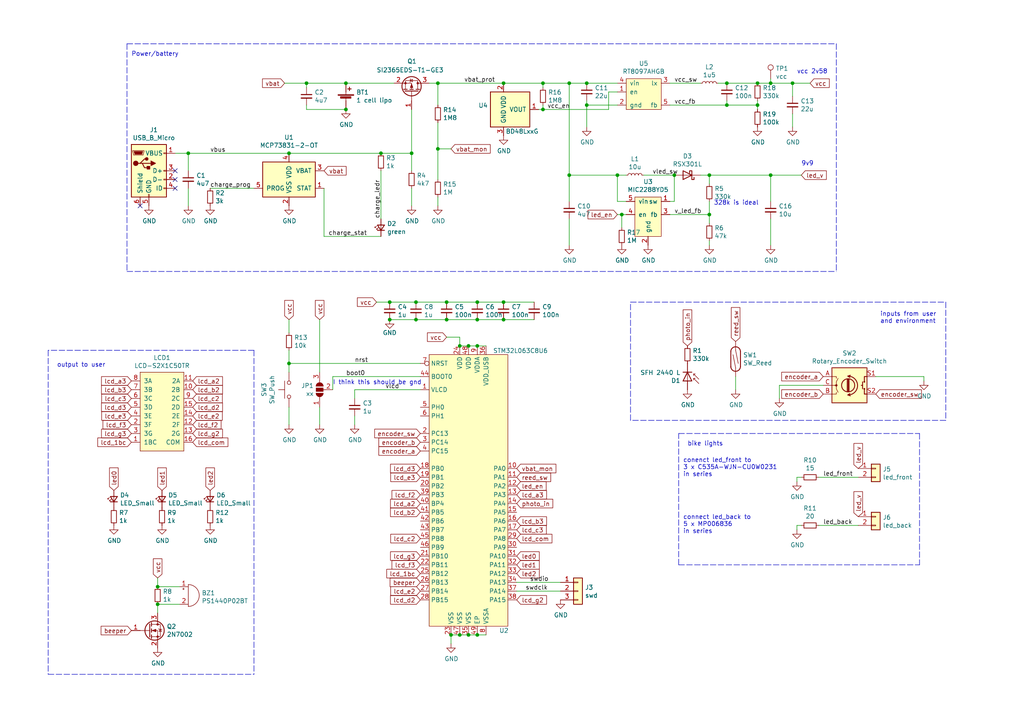
<source format=kicad_sch>
(kicad_sch (version 20211123) (generator eeschema)
  (paper "A4")
  (lib_symbols
    (symbol "Battery_Management:MCP73831-2-OT" (pin_names (offset 1.016))
      (property "Reference" "U" (at -7.62 6.35 0))
      (property "Value" "MCP73831-2-OT" (at 1.27 6.35 0))
      (symbol "MCP73831-2-OT_1_1"
        (pin output line (at 10.16 -2.54 180) (length 2.54) (name "STAT") (number "1"))
        (pin power_in line (at 0 -7.62 90) (length 2.54) (name "VSS") (number "2"))
        (pin power_out line (at 10.16 2.54 180) (length 2.54) (name "VBAT") (number "3"))
        (pin power_in line (at 0 7.62 270) (length 2.54) (name "VDD") (number "4"))
        (pin input line (at -10.16 -2.54 0) (length 2.54) (name "PROG") (number "5"))
      )
    )
    (symbol "Connector:TestPoint" (pin_numbers hide) (pin_names (offset 0.762) hide)
      (property "Reference" "TP" (at 0 6.858 0))
      (property "Value" "TestPoint" (at 0 5.08 0))
      (symbol "TestPoint_1_1"
        (pin passive line (at 0 0 90) (length 2.54) (name "1") (number "1"))
      )
    )
    (symbol "Connector_Generic:Conn_01x02" (pin_names (offset 1.016) hide)
      (property "Reference" "J" (at 0 2.54 0))
      (property "Value" "Conn_01x02" (at 0 -5.08 0))
      (symbol "Conn_01x02_1_1"
        (pin passive line (at -5.08 0 0) (length 3.81) (name "Pin_1") (number "1"))
        (pin passive line (at -5.08 -2.54 0) (length 3.81) (name "Pin_2") (number "2"))
      )
    )
    (symbol "Connector_Generic:Conn_01x03" (pin_names (offset 1.016) hide)
      (property "Reference" "J" (at 0 5.08 0))
      (property "Value" "Conn_01x03" (at 0 -5.08 0))
      (symbol "Conn_01x03_1_1"
        (pin passive line (at -5.08 2.54 0) (length 3.81) (name "Pin_1") (number "1"))
        (pin passive line (at -5.08 0 0) (length 3.81) (name "Pin_2") (number "2"))
        (pin passive line (at -5.08 -2.54 0) (length 3.81) (name "Pin_3") (number "3"))
      )
    )
    (symbol "Device:Battery_Cell" (pin_numbers hide) (pin_names (offset 0) hide)
      (property "Reference" "BT" (at 2.54 2.54 0))
      (property "Value" "Battery_Cell" (at 2.54 0 0))
      (symbol "Battery_Cell_1_1"
        (pin passive line (at 0 5.08 270) (length 2.54) (name "+") (number "1"))
        (pin passive line (at 0 -2.54 90) (length 2.54) (name "-") (number "2"))
      )
    )
    (symbol "Device:Buzzer" (pin_names (offset 0.0254) hide)
      (property "Reference" "BZ" (at 3.81 1.27 0))
      (property "Value" "Buzzer" (at 3.81 -1.27 0))
      (symbol "Buzzer_1_1"
        (pin passive line (at -2.54 2.54 0) (length 2.54) (name "-") (number "1"))
        (pin passive line (at -2.54 -2.54 0) (length 2.54) (name "+") (number "2"))
      )
    )
    (symbol "Device:C_Small" (pin_numbers hide) (pin_names (offset 0.254) hide)
      (property "Reference" "C" (at 0.254 1.778 0))
      (property "Value" "C_Small" (at 0.254 -2.032 0))
      (symbol "C_Small_1_1"
        (pin passive line (at 0 2.54 270) (length 2.032) (name "~") (number "1"))
        (pin passive line (at 0 -2.54 90) (length 2.032) (name "~") (number "2"))
      )
    )
    (symbol "Device:D_Photo" (pin_numbers hide) (pin_names hide)
      (property "Reference" "D" (at 0.508 1.778 0))
      (property "Value" "D_Photo" (at -1.016 -2.794 0))
      (symbol "D_Photo_1_1"
        (pin passive line (at -5.08 0 0) (length 2.54) (name "K") (number "1"))
        (pin passive line (at 2.54 0 180) (length 2.54) (name "A") (number "2"))
      )
    )
    (symbol "Device:D_Schottky" (pin_numbers hide) (pin_names (offset 1.016) hide)
      (property "Reference" "D" (at 0 2.54 0))
      (property "Value" "D_Schottky" (at 0 -2.54 0))
      (symbol "D_Schottky_1_1"
        (pin passive line (at -3.81 0 0) (length 2.54) (name "K") (number "1"))
        (pin passive line (at 3.81 0 180) (length 2.54) (name "A") (number "2"))
      )
    )
    (symbol "Device:LED_Small" (pin_numbers hide) (pin_names (offset 0.254) hide)
      (property "Reference" "D" (at -1.27 3.175 0))
      (property "Value" "LED_Small" (at -4.445 -2.54 0))
      (symbol "LED_Small_1_1"
        (pin passive line (at -2.54 0 0) (length 1.778) (name "K") (number "1"))
        (pin passive line (at 2.54 0 180) (length 1.778) (name "A") (number "2"))
      )
    )
    (symbol "Device:L_Small" (pin_numbers hide) (pin_names (offset 0.254) hide)
      (property "Reference" "L" (at 0.762 1.016 0))
      (property "Value" "L_Small" (at 0.762 -1.016 0))
      (symbol "L_Small_1_1"
        (pin passive line (at 0 2.54 270) (length 0.508) (name "~") (number "1"))
        (pin passive line (at 0 -2.54 90) (length 0.508) (name "~") (number "2"))
      )
    )
    (symbol "Device:Q_PMOS_GSD" (pin_names (offset 0) hide)
      (property "Reference" "Q" (at 5.08 1.27 0))
      (property "Value" "Q_PMOS_GSD" (at 5.08 -1.27 0))
      (symbol "Q_PMOS_GSD_1_1"
        (pin input line (at -5.08 0 0) (length 2.54) (name "G") (number "1"))
        (pin passive line (at 2.54 -5.08 90) (length 2.54) (name "S") (number "2"))
        (pin passive line (at 2.54 5.08 270) (length 2.54) (name "D") (number "3"))
      )
    )
    (symbol "Device:R_Small" (pin_numbers hide) (pin_names (offset 0.254) hide)
      (property "Reference" "R" (at 0.762 0.508 0))
      (property "Value" "R_Small" (at 0.762 -1.016 0))
      (symbol "R_Small_1_1"
        (pin passive line (at 0 2.54 270) (length 0.762) (name "~") (number "1"))
        (pin passive line (at 0 -2.54 90) (length 0.762) (name "~") (number "2"))
      )
    )
    (symbol "Device:Rotary_Encoder_Switch" (pin_names (offset 0.254) hide)
      (property "Reference" "SW" (at 0 6.604 0))
      (property "Value" "Device_Rotary_Encoder_Switch" (at 0 -6.604 0))
      (symbol "Rotary_Encoder_Switch_1_1"
        (pin passive line (at -7.62 2.54 0) (length 2.54) (name "A") (number "A"))
        (pin passive line (at -7.62 -2.54 0) (length 2.54) (name "B") (number "B"))
        (pin passive line (at -7.62 0 0) (length 2.54) (name "C") (number "C"))
        (pin passive line (at 7.62 2.54 180) (length 2.54) (name "S1") (number "S1"))
        (pin passive line (at 7.62 -2.54 180) (length 2.54) (name "S2") (number "S2"))
      )
    )
    (symbol "Jumper:SolderJumper_3_Open" (pin_names (offset 0) hide)
      (property "Reference" "JP" (at -2.54 -2.54 0))
      (property "Value" "SolderJumper_3_Open" (at 0 2.794 0))
      (symbol "SolderJumper_3_Open_1_1"
        (pin passive line (at -5.08 0 0) (length 2.54) (name "A") (number "1"))
        (pin input line (at 0 -3.81 90) (length 2.54) (name "C") (number "2"))
        (pin passive line (at 5.08 0 180) (length 2.54) (name "B") (number "3"))
      )
    )
    (symbol "Power_Management:BD48LxxG" (pin_names (offset 1.016))
      (property "Reference" "U" (at -3.81 6.35 0))
      (property "Value" "BD48LxxG" (at -5.08 0 90))
      (symbol "BD48LxxG_1_1"
        (pin output line (at 10.16 0 180) (length 2.54) (name "VOUT") (number "1"))
        (pin power_in line (at 0 7.62 270) (length 2.54) (name "VDD") (number "2"))
        (pin power_in line (at 0 -7.62 90) (length 2.54) (name "GND") (number "3"))
      )
    )
    (symbol "Switch:SW_Push" (pin_numbers hide) (pin_names (offset 1.016) hide)
      (property "Reference" "SW" (at 1.27 2.54 0))
      (property "Value" "SW_Push" (at 0 -1.524 0))
      (symbol "SW_Push_0_1"
        (pin passive line (at -5.08 0 0) (length 2.54) (name "1") (number "1"))
        (pin passive line (at 5.08 0 180) (length 2.54) (name "2") (number "2"))
      )
    )
    (symbol "Switch:SW_Reed" (pin_numbers hide) (pin_names (offset 0) hide)
      (property "Reference" "SW" (at 0 2.54 0))
      (property "Value" "SW_Reed" (at 0 -2.54 0))
      (symbol "SW_Reed_1_1"
        (pin passive line (at -5.08 0 0) (length 2.54) (name "1") (number "1"))
        (pin passive line (at 5.08 0 180) (length 2.54) (name "2") (number "2"))
      )
    )
    (symbol "Transistor_FET:2N7002" (pin_names hide)
      (property "Reference" "Q" (at 5.08 1.905 0))
      (property "Value" "2N7002" (at 5.08 0 0))
      (symbol "2N7002_1_1"
        (pin input line (at -5.08 0 0) (length 2.54) (name "G") (number "1"))
        (pin passive line (at 2.54 -5.08 90) (length 2.54) (name "S") (number "2"))
        (pin passive line (at 2.54 5.08 270) (length 2.54) (name "D") (number "3"))
      )
    )
    (symbol "good_things:RT8097AHGB" (pin_names (offset 1.016))
      (property "Reference" "U" (at 0 -6.35 0))
      (property "Value" "good_things_RT8097AHGB" (at 0 5.08 0))
      (symbol "RT8097AHGB_1_1"
        (pin input line (at -7.62 0 0) (length 2.54) (name "en") (number "1"))
        (pin power_in line (at -7.62 -3.81 0) (length 2.54) (name "gnd") (number "2"))
        (pin power_out line (at 7.62 2.54 180) (length 2.54) (name "lx") (number "3"))
        (pin power_in line (at -7.62 2.54 0) (length 2.54) (name "vin") (number "4"))
        (pin input line (at 7.62 -3.81 180) (length 2.54) (name "fb") (number "5"))
      )
    )
    (symbol "good_things:STM32L063C8U6"
      (property "Reference" "U" (at 10.16 -40.64 0))
      (property "Value" "STM32L063C8U6" (at -12.7 40.64 0))
      (symbol "STM32L063C8U6_1_1"
        (pin input line (at -13.97 29.21 0) (length 2.54) (name "VLCD") (number "1"))
        (pin input line (at 13.97 6.35 180) (length 2.54) (name "PA0") (number "10"))
        (pin input line (at 13.97 3.81 180) (length 2.54) (name "PA1") (number "11"))
        (pin input line (at 13.97 1.27 180) (length 2.54) (name "PA2") (number "12"))
        (pin input line (at 13.97 -1.27 180) (length 2.54) (name "PA3") (number "13"))
        (pin input line (at 13.97 -3.81 180) (length 2.54) (name "PA4") (number "14"))
        (pin input line (at 13.97 -6.35 180) (length 2.54) (name "PA5") (number "15"))
        (pin input line (at 13.97 -8.89 180) (length 2.54) (name "PA6") (number "16"))
        (pin input line (at 13.97 -11.43 180) (length 2.54) (name "PA7") (number "17"))
        (pin input line (at -13.97 6.35 0) (length 2.54) (name "PB0") (number "18"))
        (pin input line (at -13.97 3.81 0) (length 2.54) (name "PB1") (number "19"))
        (pin input line (at -13.97 16.51 0) (length 2.54) (name "PC13") (number "2"))
        (pin input line (at -13.97 1.27 0) (length 2.54) (name "PB2") (number "20"))
        (pin input line (at -13.97 -19.05 0) (length 2.54) (name "PB10") (number "21"))
        (pin input line (at -13.97 -21.59 0) (length 2.54) (name "PB11") (number "22"))
        (pin input line (at -5.08 -41.91 90) (length 2.54) (name "VSS") (number "23"))
        (pin input line (at -2.54 41.91 270) (length 2.54) (name "VDD") (number "24"))
        (pin input line (at -13.97 -24.13 0) (length 2.54) (name "PB12") (number "25"))
        (pin input line (at -13.97 -26.67 0) (length 2.54) (name "PB13") (number "26"))
        (pin input line (at -13.97 -29.21 0) (length 2.54) (name "PB14") (number "27"))
        (pin input line (at -13.97 -31.75 0) (length 2.54) (name "PB15") (number "28"))
        (pin input line (at 13.97 -13.97 180) (length 2.54) (name "PA8") (number "29"))
        (pin input line (at -13.97 13.97 0) (length 2.54) (name "PC14") (number "3"))
        (pin input line (at 13.97 -16.51 180) (length 2.54) (name "PA9") (number "30"))
        (pin input line (at 13.97 -19.05 180) (length 2.54) (name "PA10") (number "31"))
        (pin input line (at 13.97 -21.59 180) (length 2.54) (name "PA11") (number "32"))
        (pin input line (at 13.97 -24.13 180) (length 2.54) (name "PA12") (number "33"))
        (pin input line (at 13.97 -26.67 180) (length 2.54) (name "PA13") (number "34"))
        (pin input line (at 0 -41.91 90) (length 2.54) (name "VSS") (number "35"))
        (pin input line (at 5.08 41.91 270) (length 2.54) (name "VDD_USB") (number "36"))
        (pin input line (at 13.97 -29.21 180) (length 2.54) (name "PA14") (number "37"))
        (pin input line (at 13.97 -31.75 180) (length 2.54) (name "PA15") (number "38"))
        (pin input line (at -13.97 -1.27 0) (length 2.54) (name "PB3") (number "39"))
        (pin input line (at -13.97 11.43 0) (length 2.54) (name "PC15") (number "4"))
        (pin input line (at -13.97 -3.81 0) (length 2.54) (name "BP4") (number "40"))
        (pin input line (at -13.97 -6.35 0) (length 2.54) (name "PB5") (number "41"))
        (pin input line (at -13.97 -8.89 0) (length 2.54) (name "PB6") (number "42"))
        (pin input line (at -13.97 -11.43 0) (length 2.54) (name "PB7") (number "43"))
        (pin input line (at -13.97 33.02 0) (length 2.54) (name "BOOT0") (number "44"))
        (pin input line (at -13.97 -13.97 0) (length 2.54) (name "PB8") (number "45"))
        (pin input line (at -13.97 -16.51 0) (length 2.54) (name "PB9") (number "46"))
        (pin input line (at -2.54 -41.91 90) (length 2.54) (name "VSS") (number "47"))
        (pin input line (at 0 41.91 270) (length 2.54) (name "VDD") (number "48"))
        (pin input line (at 2.54 -41.91 90) (length 2.54) (name "EP") (number "49"))
        (pin input line (at -13.97 24.13 0) (length 2.54) (name "PH0") (number "5"))
        (pin input line (at -13.97 21.59 0) (length 2.54) (name "PH1") (number "6"))
        (pin input inverted (at -13.97 36.83 0) (length 2.54) (name "NRST") (number "7"))
        (pin input line (at 5.08 -41.91 90) (length 2.54) (name "VSSA") (number "8"))
        (pin input line (at 2.54 41.91 270) (length 2.54) (name "VDDA") (number "9"))
      )
    )
    (symbol "kicad-rescue:LCD-S2X1C50TR-good_things" (pin_names (offset 1.016))
      (property "Reference" "LCD" (at 0 -12.7 0))
      (property "Value" "LCD-S2X1C50TR-good_things" (at 0 12.7 0))
      (symbol "LCD-S2X1C50TR-good_things_1_1"
        (pin passive line (at -8.89 -8.89 0) (length 2.54) (name "1BC") (number "1"))
        (pin passive line (at 8.89 6.35 180) (length 2.54) (name "2B") (number "10"))
        (pin passive line (at 8.89 8.89 180) (length 2.54) (name "2A") (number "11"))
        (pin passive line (at 8.89 -3.81 180) (length 2.54) (name "2F") (number "12"))
        (pin passive line (at 8.89 -6.35 180) (length 2.54) (name "2G") (number "13"))
        (pin passive line (at 8.89 -1.27 180) (length 2.54) (name "2E") (number "14"))
        (pin passive line (at 8.89 1.27 180) (length 2.54) (name "2D") (number "15"))
        (pin passive line (at 8.89 -8.89 180) (length 2.54) (name "COM") (number "16"))
        (pin passive line (at -8.89 -3.81 0) (length 2.54) (name "3F") (number "2"))
        (pin passive line (at -8.89 -6.35 0) (length 2.54) (name "3G") (number "3"))
        (pin passive line (at -8.89 -1.27 0) (length 2.54) (name "3E") (number "4"))
        (pin passive line (at -8.89 1.27 0) (length 2.54) (name "3D") (number "5"))
        (pin passive line (at -8.89 3.81 0) (length 2.54) (name "3C") (number "6"))
        (pin passive line (at -8.89 6.35 0) (length 2.54) (name "3B") (number "7"))
        (pin passive line (at -8.89 8.89 0) (length 2.54) (name "3A") (number "8"))
        (pin passive line (at 8.89 3.81 180) (length 2.54) (name "2C") (number "9"))
      )
    )
    (symbol "kicad-rescue:MIC2288YD5-good_things" (pin_names (offset 1.016))
      (property "Reference" "U" (at 1.27 -7.62 0))
      (property "Value" "MIC2288YD5-good_things" (at 0 6.35 0))
      (symbol "MIC2288YD5-good_things_1_1"
        (pin power_out line (at 6.35 3.81 180) (length 2.54) (name "sw") (number "1"))
        (pin power_in line (at 0 -8.89 90) (length 2.54) (name "gnd") (number "2"))
        (pin input line (at 6.35 0 180) (length 2.54) (name "fb") (number "3"))
        (pin input line (at -6.35 0 0) (length 2.54) (name "en") (number "4"))
        (pin power_in line (at -6.35 3.81 0) (length 2.54) (name "vin") (number "5"))
      )
    )
    (symbol "kicad-rescue:USB_B_Micro-Connector" (pin_names (offset 1.016))
      (property "Reference" "J" (at -5.08 11.43 0))
      (property "Value" "USB_B_Micro-Connector" (at -5.08 8.89 0))
      (symbol "USB_B_Micro-Connector_1_1"
        (pin power_out line (at 7.62 5.08 180) (length 2.54) (name "VBUS") (number "1"))
        (pin bidirectional line (at 7.62 -2.54 180) (length 2.54) (name "D-") (number "2"))
        (pin bidirectional line (at 7.62 0 180) (length 2.54) (name "D+") (number "3"))
        (pin passive line (at 7.62 -5.08 180) (length 2.54) (name "ID") (number "4"))
        (pin power_out line (at 0 -10.16 90) (length 2.54) (name "GND") (number "5"))
        (pin passive line (at -2.54 -10.16 90) (length 2.54) (name "Shield") (number "6"))
      )
    )
    (symbol "power:GND" (power) (pin_names (offset 0))
      (property "Value" "GND" (at 0 -3.81 0))
      (symbol "GND_1_1"
        (pin power_in line (at 0 0 270) (length 0) hide (name "GND") (number "1"))
      )
    )
  )
  (junction (at 146.05 24.13))
  (junction (at 113.03 87.63))
  (junction (at 83.82 105.41))
  (junction (at 210.82 30.48))
  (junction (at 205.74 62.23))
  (junction (at 120.65 92.71))
  (junction (at 54.61 44.45))
  (junction (at 229.87 24.13))
  (junction (at 129.54 92.71))
  (junction (at 210.82 24.13))
  (junction (at 138.43 100.33))
  (junction (at 138.43 92.71))
  (junction (at 138.43 184.15))
  (junction (at 127 43.18))
  (junction (at 138.43 87.63))
  (junction (at 146.05 92.71))
  (junction (at 135.89 184.15))
  (junction (at 127 24.13))
  (junction (at 165.1 24.13))
  (junction (at 146.05 87.63))
  (junction (at 130.81 184.15))
  (junction (at 165.1 50.8))
  (junction (at 135.89 100.33))
  (junction (at 119.38 44.45))
  (junction (at 219.71 24.13))
  (junction (at 195.58 50.8))
  (junction (at 157.48 31.75))
  (junction (at 129.54 87.63))
  (junction (at 45.72 170.18))
  (junction (at 110.49 44.45))
  (junction (at 180.34 62.23))
  (junction (at 83.82 44.45))
  (junction (at 223.52 50.8))
  (junction (at 205.74 50.8))
  (junction (at 157.48 24.13))
  (junction (at 100.33 24.13))
  (junction (at 133.35 184.15))
  (junction (at 100.33 31.75))
  (junction (at 223.52 24.13))
  (junction (at 113.03 92.71))
  (junction (at 170.18 24.13))
  (junction (at 120.65 87.63))
  (junction (at 45.72 175.26))
  (junction (at 170.18 30.48))
  (junction (at 219.71 30.48))
  (junction (at 133.35 100.33))
  (junction (at 88.9 24.13))
  (junction (at 179.07 50.8))
  (no_connect (at 40.64 59.69))
  (no_connect (at 11.43 326.39))
  (no_connect (at 31.75 270.51))
  (no_connect (at 50.8 52.07))
  (no_connect (at 11.43 293.37))
  (no_connect (at 50.8 54.61))
  (no_connect (at 50.8 49.53))
  (wire (pts (xy 88.9 24.13) (xy 100.33 24.13)))
  (polyline (pts (xy 13.97 195.58) (xy 73.66 195.58)))
  (wire (pts (xy 226.06 115.57) (xy 226.06 111.76)))
  (wire (pts (xy 127 57.15) (xy 127 59.69)))
  (wire (pts (xy 194.31 24.13) (xy 203.2 24.13)))
  (wire (pts (xy 181.61 58.42) (xy 179.07 58.42)))
  (wire (pts (xy 50.8 44.45) (xy 54.61 44.45)))
  (wire (pts (xy 194.31 58.42) (xy 195.58 58.42)))
  (wire (pts (xy 210.82 24.13) (xy 219.71 24.13)))
  (wire (pts (xy 93.98 54.61) (xy 93.98 68.58)))
  (wire (pts (xy 213.36 113.03) (xy 213.36 109.22)))
  (wire (pts (xy 176.53 31.75) (xy 176.53 26.67)))
  (wire (pts (xy 186.69 50.8) (xy 195.58 50.8)))
  (wire (pts (xy 170.18 30.48) (xy 170.18 29.21)))
  (wire (pts (xy 223.52 50.8) (xy 232.41 50.8)))
  (wire (pts (xy 223.52 58.42) (xy 223.52 50.8)))
  (wire (pts (xy 170.18 24.13) (xy 165.1 24.13)))
  (wire (pts (xy 157.48 24.13) (xy 165.1 24.13)))
  (wire (pts (xy 179.07 58.42) (xy 179.07 50.8)))
  (wire (pts (xy 113.03 92.71) (xy 120.65 92.71)))
  (polyline (pts (xy 73.66 101.6) (xy 73.66 195.58)))
  (wire (pts (xy 83.82 118.11) (xy 83.82 123.19)))
  (wire (pts (xy 157.48 31.75) (xy 176.53 31.75)))
  (wire (pts (xy 127 35.56) (xy 127 43.18)))
  (wire (pts (xy 96.52 109.22) (xy 121.92 109.22)))
  (polyline (pts (xy 73.66 101.6) (xy 13.97 101.6)))
  (wire (pts (xy 165.1 63.5) (xy 165.1 71.12)))
  (wire (pts (xy 82.55 24.13) (xy 88.9 24.13)))
  (wire (pts (xy 138.43 92.71) (xy 129.54 92.71)))
  (wire (pts (xy 127 43.18) (xy 127 52.07)))
  (wire (pts (xy 135.89 100.33) (xy 133.35 100.33)))
  (wire (pts (xy 267.97 109.22) (xy 254 109.22)))
  (polyline (pts (xy 274.32 121.92) (xy 182.88 121.92)))
  (wire (pts (xy 60.96 54.61) (xy 73.66 54.61)))
  (wire (pts (xy 205.74 58.42) (xy 205.74 62.23)))
  (wire (pts (xy 229.87 24.13) (xy 229.87 27.94)))
  (wire (pts (xy 92.71 123.19) (xy 92.71 118.11)))
  (polyline (pts (xy 36.83 12.7) (xy 242.57 12.7)))
  (polyline (pts (xy 242.57 12.7) (xy 242.57 78.74)))
  (wire (pts (xy 219.71 31.75) (xy 219.71 30.48)))
  (wire (pts (xy 170.18 36.83) (xy 170.18 30.48)))
  (polyline (pts (xy 196.85 163.83) (xy 266.7 163.83)))
  (wire (pts (xy 127 30.48) (xy 127 24.13)))
  (wire (pts (xy 135.89 100.33) (xy 138.43 100.33)))
  (wire (pts (xy 83.82 101.6) (xy 83.82 105.41)))
  (wire (pts (xy 100.33 24.13) (xy 114.3 24.13)))
  (wire (pts (xy 162.56 171.45) (xy 149.86 171.45)))
  (wire (pts (xy 110.49 49.53) (xy 110.49 63.5)))
  (wire (pts (xy 219.71 24.13) (xy 223.52 24.13)))
  (wire (pts (xy 133.35 97.79) (xy 133.35 100.33)))
  (wire (pts (xy 54.61 44.45) (xy 83.82 44.45)))
  (wire (pts (xy 146.05 24.13) (xy 157.48 24.13)))
  (wire (pts (xy 219.71 29.21) (xy 219.71 30.48)))
  (wire (pts (xy 110.49 44.45) (xy 119.38 44.45)))
  (wire (pts (xy 88.9 30.48) (xy 88.9 31.75)))
  (wire (pts (xy 205.74 69.85) (xy 205.74 71.12)))
  (wire (pts (xy 129.54 97.79) (xy 133.35 97.79)))
  (wire (pts (xy 83.82 44.45) (xy 110.49 44.45)))
  (wire (pts (xy 157.48 30.48) (xy 157.48 31.75)))
  (wire (pts (xy 119.38 44.45) (xy 119.38 49.53)))
  (wire (pts (xy 194.31 30.48) (xy 210.82 30.48)))
  (wire (pts (xy 102.87 115.57) (xy 102.87 113.03)))
  (wire (pts (xy 130.81 184.15) (xy 133.35 184.15)))
  (wire (pts (xy 127 24.13) (xy 146.05 24.13)))
  (wire (pts (xy 96.52 113.03) (xy 96.52 109.22)))
  (wire (pts (xy 223.52 71.12) (xy 223.52 63.5)))
  (polyline (pts (xy 36.83 78.74) (xy 242.57 78.74)))
  (wire (pts (xy 210.82 29.21) (xy 210.82 30.48)))
  (wire (pts (xy 113.03 87.63) (xy 120.65 87.63)))
  (wire (pts (xy 205.74 50.8) (xy 203.2 50.8)))
  (wire (pts (xy 229.87 33.02) (xy 229.87 36.83)))
  (wire (pts (xy 88.9 31.75) (xy 100.33 31.75)))
  (wire (pts (xy 231.14 139.7) (xy 231.14 138.43)))
  (wire (pts (xy 219.71 30.48) (xy 210.82 30.48)))
  (wire (pts (xy 138.43 100.33) (xy 140.97 100.33)))
  (wire (pts (xy 109.22 87.63) (xy 113.03 87.63)))
  (wire (pts (xy 138.43 184.15) (xy 140.97 184.15)))
  (wire (pts (xy 205.74 64.77) (xy 205.74 62.23)))
  (wire (pts (xy 138.43 87.63) (xy 146.05 87.63)))
  (wire (pts (xy 88.9 25.4) (xy 88.9 24.13)))
  (wire (pts (xy 180.34 66.04) (xy 180.34 62.23)))
  (wire (pts (xy 93.98 68.58) (xy 110.49 68.58)))
  (wire (pts (xy 146.05 92.71) (xy 154.94 92.71)))
  (wire (pts (xy 92.71 92.71) (xy 92.71 107.95)))
  (wire (pts (xy 119.38 31.75) (xy 119.38 44.45)))
  (wire (pts (xy 237.49 152.4) (xy 248.92 152.4)))
  (polyline (pts (xy 196.85 125.73) (xy 266.7 125.73)))
  (wire (pts (xy 138.43 92.71) (xy 146.05 92.71)))
  (wire (pts (xy 149.86 168.91) (xy 162.56 168.91)))
  (polyline (pts (xy 182.88 121.92) (xy 182.88 87.63)))
  (wire (pts (xy 181.61 50.8) (xy 179.07 50.8)))
  (wire (pts (xy 130.81 184.15) (xy 130.81 186.69)))
  (wire (pts (xy 119.38 54.61) (xy 119.38 59.69)))
  (wire (pts (xy 133.35 184.15) (xy 135.89 184.15)))
  (wire (pts (xy 170.18 24.13) (xy 179.07 24.13)))
  (wire (pts (xy 226.06 111.76) (xy 238.76 111.76)))
  (wire (pts (xy 180.34 62.23) (xy 181.61 62.23)))
  (wire (pts (xy 45.72 175.26) (xy 52.07 175.26)))
  (wire (pts (xy 231.14 153.67) (xy 231.14 152.4)))
  (wire (pts (xy 234.95 24.13) (xy 229.87 24.13)))
  (wire (pts (xy 179.07 50.8) (xy 165.1 50.8)))
  (wire (pts (xy 205.74 50.8) (xy 223.52 50.8)))
  (wire (pts (xy 120.65 87.63) (xy 129.54 87.63)))
  (wire (pts (xy 102.87 123.19) (xy 102.87 120.65)))
  (wire (pts (xy 135.89 184.15) (xy 138.43 184.15)))
  (wire (pts (xy 45.72 177.8) (xy 45.72 175.26)))
  (wire (pts (xy 157.48 25.4) (xy 157.48 24.13)))
  (wire (pts (xy 205.74 53.34) (xy 205.74 50.8)))
  (polyline (pts (xy 182.88 87.63) (xy 274.32 87.63)))
  (wire (pts (xy 170.18 30.48) (xy 179.07 30.48)))
  (wire (pts (xy 83.82 105.41) (xy 121.92 105.41)))
  (wire (pts (xy 54.61 54.61) (xy 54.61 59.69)))
  (wire (pts (xy 165.1 24.13) (xy 165.1 50.8)))
  (wire (pts (xy 195.58 58.42) (xy 195.58 50.8)))
  (wire (pts (xy 83.82 105.41) (xy 83.82 107.95)))
  (polyline (pts (xy 36.83 12.7) (xy 36.83 78.74)))
  (wire (pts (xy 194.31 62.23) (xy 205.74 62.23)))
  (wire (pts (xy 130.81 43.18) (xy 127 43.18)))
  (wire (pts (xy 223.52 24.13) (xy 229.87 24.13)))
  (wire (pts (xy 267.97 110.49) (xy 267.97 109.22)))
  (wire (pts (xy 120.65 92.71) (xy 129.54 92.71)))
  (wire (pts (xy 102.87 113.03) (xy 121.92 113.03)))
  (wire (pts (xy 165.1 50.8) (xy 165.1 58.42)))
  (wire (pts (xy 231.14 138.43) (xy 232.41 138.43)))
  (wire (pts (xy 52.07 170.18) (xy 45.72 170.18)))
  (wire (pts (xy 129.54 87.63) (xy 138.43 87.63)))
  (polyline (pts (xy 266.7 125.73) (xy 266.7 163.83)))
  (polyline (pts (xy 274.32 87.63) (xy 274.32 121.92)))
  (polyline (pts (xy 13.97 101.6) (xy 13.97 195.58)))
  (wire (pts (xy 83.82 92.71) (xy 83.82 96.52)))
  (wire (pts (xy 45.72 167.64) (xy 45.72 170.18)))
  (wire (pts (xy 237.49 138.43) (xy 248.92 138.43)))
  (wire (pts (xy 156.21 31.75) (xy 157.48 31.75)))
  (wire (pts (xy 223.52 22.86) (xy 223.52 24.13)))
  (wire (pts (xy 146.05 87.63) (xy 154.94 87.63)))
  (wire (pts (xy 231.14 152.4) (xy 232.41 152.4)))
  (wire (pts (xy 208.28 24.13) (xy 210.82 24.13)))
  (wire (pts (xy 176.53 26.67) (xy 179.07 26.67)))
  (wire (pts (xy 124.46 24.13) (xy 127 24.13)))
  (polyline (pts (xy 196.85 163.83) (xy 196.85 125.73)))
  (wire (pts (xy 179.07 62.23) (xy 180.34 62.23)))
  (wire (pts (xy 54.61 49.53) (xy 54.61 44.45)))
  (text "328k is ideal" (at 207.01 59.69 0) (effects (font (size 1.27 1.27)) (justify left bottom)))
  (text "I think this should be gnd" (at 96.52 111.76 0) (effects (font (size 1.27 1.27)) (justify left bottom)))
  (text "connect led_back to\n5 x MP006836 \nin series" (at 198.12 154.94 0) (effects (font (size 1.27 1.27)) (justify left bottom)))
  (text "bike lights" (at 199.39 129.54 0) (effects (font (size 1.27 1.27)) (justify left bottom)))
  (text "9v9" (at 232.41 48.26 0) (effects (font (size 1.27 1.27)) (justify left bottom)))
  (text "vcc 2v58" (at 231.14 21.59 0) (effects (font (size 1.27 1.27)) (justify left bottom)))
  (text "Power/battery" (at 38.1 16.51 0) (effects (font (size 1.27 1.27)) (justify left bottom)))
  (text "output to user" (at 16.51 106.68 0) (effects (font (size 1.27 1.27)) (justify left bottom)))
  (text "inputs from user \nand environment" (at 255.27 93.98 0) (effects (font (size 1.27 1.27)) (justify left bottom)))
  (text "conenct led_front to \n3 x C535A-WJN-CU0W0231 \nin series" (at 198.12 138.43 0) (effects (font (size 1.27 1.27)) (justify left bottom)))
  (label "charge_prog" (at 60.96 54.61 0))
  (label "charge_ledr" (at 110.49 52.07 270))
  (label "nrst" (at 102.87 105.41 0))
  (label "swdio" (at 153.67 168.91 0))
  (label "swdclk" (at 152.4 171.45 0))
  (label "led_back" (at 238.76 152.4 0))
  (label "vled_sw" (at 189.23 50.8 0))
  (label "led_front" (at 238.76 138.43 0))
  (label "vlcd" (at 111.76 113.03 0))
  (label "vbus" (at 60.96 44.45 0))
  (label "charge_stat" (at 95.25 68.58 0))
  (label "v_led_fb" (at 195.58 62.23 0))
  (label "vcc_sw" (at 195.58 24.13 0))
  (label "vbat_prot" (at 134.62 24.13 0))
  (label "vcc_en" (at 158.75 31.75 0))
  (label "vcc_fb" (at 195.58 30.48 0))
  (label "boot0" (at 100.33 109.22 0))
  (global_label "photo_in" (shape input) (at 199.39 100.33 90) (property "Intersheet References" "${INTERSHEET_REFS}" (effects hide)))
  (global_label "vbat_mon" (shape input) (at 130.81 43.18 0) (property "Intersheet References" "${INTERSHEET_REFS}" (effects hide)))
  (global_label "vcc" (shape input) (at 234.95 24.13 0) (property "Intersheet References" "${INTERSHEET_REFS}" (effects hide)))
  (global_label "vcc" (shape input) (at 45.72 167.64 90) (property "Intersheet References" "${INTERSHEET_REFS}" (effects hide)))
  (global_label "lcd_g2" (shape input) (at 149.86 173.99 0) (property "Intersheet References" "${INTERSHEET_REFS}" (effects hide)))
  (global_label "vbat" (shape input) (at 82.55 24.13 180) (property "Intersheet References" "${INTERSHEET_REFS}" (effects hide)))
  (global_label "lcd_d2" (shape input) (at 121.92 173.99 180) (property "Intersheet References" "${INTERSHEET_REFS}" (effects hide)))
  (global_label "lcd_g2" (shape input) (at 55.88 125.73 0) (property "Intersheet References" "${INTERSHEET_REFS}" (effects hide)))
  (global_label "lcd_1bc" (shape input) (at 121.92 166.37 180) (property "Intersheet References" "${INTERSHEET_REFS}" (effects hide)))
  (global_label "led2" (shape input) (at 60.96 142.24 90) (property "Intersheet References" "${INTERSHEET_REFS}" (effects hide)))
  (global_label "lcd_c2" (shape input) (at 55.88 115.57 0) (property "Intersheet References" "${INTERSHEET_REFS}" (effects hide)))
  (global_label "vcc" (shape input) (at 92.71 92.71 90) (property "Intersheet References" "${INTERSHEET_REFS}" (effects hide)))
  (global_label "led_v" (shape input) (at 248.92 135.89 90) (property "Intersheet References" "${INTERSHEET_REFS}" (effects hide)))
  (global_label "led1" (shape input) (at 46.99 142.24 90) (property "Intersheet References" "${INTERSHEET_REFS}" (effects hide)))
  (global_label "lcd_a3" (shape input) (at 38.1 110.49 180) (property "Intersheet References" "${INTERSHEET_REFS}" (effects hide)))
  (global_label "vcc" (shape input) (at 129.54 97.79 180) (property "Intersheet References" "${INTERSHEET_REFS}" (effects hide)))
  (global_label "encoder_sw" (shape input) (at 121.92 125.73 180) (property "Intersheet References" "${INTERSHEET_REFS}" (effects hide)))
  (global_label "led_v" (shape input) (at 232.41 50.8 0) (property "Intersheet References" "${INTERSHEET_REFS}" (effects hide)))
  (global_label "lcd_1bc" (shape input) (at 38.1 128.27 180) (property "Intersheet References" "${INTERSHEET_REFS}" (effects hide)))
  (global_label "lcd_f2" (shape input) (at 55.88 123.19 0) (property "Intersheet References" "${INTERSHEET_REFS}" (effects hide)))
  (global_label "lcd_com" (shape input) (at 55.88 128.27 0) (property "Intersheet References" "${INTERSHEET_REFS}" (effects hide)))
  (global_label "led_en" (shape input) (at 149.86 140.97 0) (property "Intersheet References" "${INTERSHEET_REFS}" (effects hide)))
  (global_label "lcd_a3" (shape input) (at 149.86 143.51 0) (property "Intersheet References" "${INTERSHEET_REFS}" (effects hide)))
  (global_label "vbat" (shape input) (at 93.98 49.53 0) (property "Intersheet References" "${INTERSHEET_REFS}" (effects hide)))
  (global_label "encoder_b" (shape input) (at 121.92 128.27 180) (property "Intersheet References" "${INTERSHEET_REFS}" (effects hide)))
  (global_label "vcc" (shape input) (at 109.22 87.63 180) (property "Intersheet References" "${INTERSHEET_REFS}" (effects hide)))
  (global_label "lcd_c3" (shape input) (at 38.1 115.57 180) (property "Intersheet References" "${INTERSHEET_REFS}" (effects hide)))
  (global_label "lcd_f3" (shape input) (at 38.1 123.19 180) (property "Intersheet References" "${INTERSHEET_REFS}" (effects hide)))
  (global_label "encoder_a" (shape input) (at 121.92 130.81 180) (property "Intersheet References" "${INTERSHEET_REFS}" (effects hide)))
  (global_label "lcd_com" (shape input) (at 149.86 156.21 0) (property "Intersheet References" "${INTERSHEET_REFS}" (effects hide)))
  (global_label "photo_in" (shape input) (at 149.86 146.05 0) (property "Intersheet References" "${INTERSHEET_REFS}" (effects hide)))
  (global_label "lcd_e3" (shape input) (at 38.1 120.65 180) (property "Intersheet References" "${INTERSHEET_REFS}" (effects hide)))
  (global_label "beeper" (shape input) (at 121.92 168.91 180) (property "Intersheet References" "${INTERSHEET_REFS}" (effects hide)))
  (global_label "lcd_e2" (shape input) (at 55.88 120.65 0) (property "Intersheet References" "${INTERSHEET_REFS}" (effects hide)))
  (global_label "lcd_g3" (shape input) (at 121.92 161.29 180) (property "Intersheet References" "${INTERSHEET_REFS}" (effects hide)))
  (global_label "encoder_b" (shape input) (at 238.76 114.3 180) (property "Intersheet References" "${INTERSHEET_REFS}" (effects hide)))
  (global_label "vcc" (shape input) (at 83.82 92.71 90) (property "Intersheet References" "${INTERSHEET_REFS}" (effects hide)))
  (global_label "led_v" (shape input) (at 248.92 149.86 90) (property "Intersheet References" "${INTERSHEET_REFS}" (effects hide)))
  (global_label "led2" (shape input) (at 149.86 166.37 0) (property "Intersheet References" "${INTERSHEET_REFS}" (effects hide)))
  (global_label "lcd_f2" (shape input) (at 121.92 143.51 180) (property "Intersheet References" "${INTERSHEET_REFS}" (effects hide)))
  (global_label "lcd_d3" (shape input) (at 38.1 118.11 180) (property "Intersheet References" "${INTERSHEET_REFS}" (effects hide)))
  (global_label "led1" (shape input) (at 149.86 163.83 0) (property "Intersheet References" "${INTERSHEET_REFS}" (effects hide)))
  (global_label "beeper" (shape input) (at 38.1 182.88 180) (property "Intersheet References" "${INTERSHEET_REFS}" (effects hide)))
  (global_label "lcd_c3" (shape input) (at 149.86 153.67 0) (property "Intersheet References" "${INTERSHEET_REFS}" (effects hide)))
  (global_label "vbat_mon" (shape input) (at 149.86 135.89 0) (property "Intersheet References" "${INTERSHEET_REFS}" (effects hide)))
  (global_label "lcd_b3" (shape input) (at 149.86 151.13 0) (property "Intersheet References" "${INTERSHEET_REFS}" (effects hide)))
  (global_label "lcd_a2" (shape input) (at 121.92 146.05 180) (property "Intersheet References" "${INTERSHEET_REFS}" (effects hide)))
  (global_label "lcd_b2" (shape input) (at 121.92 148.59 180) (property "Intersheet References" "${INTERSHEET_REFS}" (effects hide)))
  (global_label "lcd_d2" (shape input) (at 55.88 118.11 0) (property "Intersheet References" "${INTERSHEET_REFS}" (effects hide)))
  (global_label "lcd_g3" (shape input) (at 38.1 125.73 180) (property "Intersheet References" "${INTERSHEET_REFS}" (effects hide)))
  (global_label "lcd_d3" (shape input) (at 121.92 135.89 180) (property "Intersheet References" "${INTERSHEET_REFS}" (effects hide)))
  (global_label "led0" (shape input) (at 33.02 142.24 90) (property "Intersheet References" "${INTERSHEET_REFS}" (effects hide)))
  (global_label "lcd_e3" (shape input) (at 121.92 138.43 180) (property "Intersheet References" "${INTERSHEET_REFS}" (effects hide)))
  (global_label "led_en" (shape input) (at 179.07 62.23 180) (property "Intersheet References" "${INTERSHEET_REFS}" (effects hide)))
  (global_label "encoder_sw" (shape input) (at 254 114.3 0) (property "Intersheet References" "${INTERSHEET_REFS}" (effects hide)))
  (global_label "encoder_a" (shape input) (at 238.76 109.22 180) (property "Intersheet References" "${INTERSHEET_REFS}" (effects hide)))
  (global_label "lcd_a2" (shape input) (at 55.88 110.49 0) (property "Intersheet References" "${INTERSHEET_REFS}" (effects hide)))
  (global_label "lcd_b3" (shape input) (at 38.1 113.03 180) (property "Intersheet References" "${INTERSHEET_REFS}" (effects hide)))
  (global_label "led0" (shape input) (at 149.86 161.29 0) (property "Intersheet References" "${INTERSHEET_REFS}" (effects hide)))
  (global_label "lcd_f3" (shape input) (at 121.92 163.83 180) (property "Intersheet References" "${INTERSHEET_REFS}" (effects hide)))
  (global_label "lcd_e2" (shape input) (at 121.92 171.45 180) (property "Intersheet References" "${INTERSHEET_REFS}" (effects hide)))
  (global_label "reed_sw" (shape input) (at 149.86 138.43 0) (property "Intersheet References" "${INTERSHEET_REFS}" (effects hide)))
  (global_label "reed_sw" (shape input) (at 213.36 99.06 90) (property "Intersheet References" "${INTERSHEET_REFS}" (effects hide)))
  (global_label "lcd_b2" (shape input) (at 55.88 113.03 0) (property "Intersheet References" "${INTERSHEET_REFS}" (effects hide)))
  (global_label "lcd_c2" (shape input) (at 121.92 156.21 180) (property "Intersheet References" "${INTERSHEET_REFS}" (effects hide)))
  (symbol (lib_id "Device:Q_PMOS_GSD") (at 119.38 26.67 270) (mirror x) (unit 1)
    (property "Reference" "Q1" (at 118.11 17.78 90) (effects (justify left)))
    (property "Value" "SI2365EDS-T1-GE3" (at 109.22 20.32 90) (effects (justify left)))
    (property "Footprint" "Package_TO_SOT_SMD:SOT-23_Handsoldering" (effects hide))
  )
  (symbol (lib_id "Device:Battery_Cell") (at 100.33 29.21 0) (unit 1)
    (property "Reference" "BT1" (at 103.3272 26.7716 0) (effects (justify left)))
    (property "Value" "1 cell lipo" (at 103.3272 29.083 0) (effects (justify left)))
    (property "Footprint" "Connector_PinHeader_2.54mm:PinHeader_1x02_P2.54mm_Vertical" (effects hide))
  )
  (symbol (lib_id "Battery_Management:MCP73831-2-OT") (at 83.82 52.07 0) (unit 1)
    (property "Reference" "U1" (at 83.82 39.8526 0))
    (property "Value" "MCP73831-2-OT" (at 83.82 42.164 0))
    (property "Footprint" "Package_TO_SOT_SMD:SOT-23-5" (effects hide))
    (property "Datasheet" "http://ww1.microchip.com/downloads/en/DeviceDoc/20001984g.pdf" (effects hide))
  )
  (symbol (lib_id "power:GND") (at 83.82 59.69 0) (unit 1)
    (property "Reference" "#PWR0101" (effects hide))
    (property "Value" "GND" (at 83.947 64.0842 0))
  )
  (symbol (lib_id "Device:LED_Small") (at 110.49 66.04 90) (unit 1)
    (property "Reference" "D2" (at 112.268 64.8716 90) (effects (justify right)))
    (property "Value" "green" (at 112.268 67.183 90) (effects (justify right)))
    (property "Footprint" "LED_SMD:LED_0603_1608Metric_Pad1.05x0.95mm_HandSolder" (effects hide))
  )
  (symbol (lib_id "Device:R_Small") (at 110.49 46.99 0) (unit 1)
    (property "Reference" "R3" (at 111.9886 45.8216 0) (effects (justify left)))
    (property "Value" "1k" (at 111.9886 48.133 0) (effects (justify left)))
    (property "Footprint" "Resistor_SMD:R_0603_1608Metric_Pad1.05x0.95mm_HandSolder" (effects hide))
  )
  (symbol (lib_id "kicad-rescue:USB_B_Micro-Connector") (at 43.18 49.53 0) (unit 1)
    (property "Reference" "J1" (at 44.6278 37.6682 0))
    (property "Value" "USB_B_Micro" (at 44.6278 39.9796 0))
    (property "Footprint" "good_things:USB_MICRO_10118193-0001LF" (effects hide))
  )
  (symbol (lib_id "power:GND") (at 43.18 59.69 0) (unit 1)
    (property "Reference" "#PWR0105" (effects hide))
    (property "Value" "GND" (at 43.307 64.0842 0))
  )
  (symbol (lib_id "Device:R_Small") (at 119.38 52.07 0) (unit 1)
    (property "Reference" "R4" (at 120.8786 50.9016 0) (effects (justify left)))
    (property "Value" "4k7" (at 120.8786 53.213 0) (effects (justify left)))
    (property "Footprint" "Resistor_SMD:R_0603_1608Metric_Pad1.05x0.95mm_HandSolder" (effects hide))
  )
  (symbol (lib_id "power:GND") (at 119.38 59.69 0) (unit 1)
    (property "Reference" "#PWR0102" (effects hide))
    (property "Value" "GND" (at 119.507 64.0842 0))
  )
  (symbol (lib_id "Switch:SW_Push") (at 83.82 113.03 90) (unit 1)
    (property "Reference" "SW3" (at 76.581 113.03 0))
    (property "Value" "SW_Push" (at 78.8924 113.03 0))
    (property "Footprint" "good_things:push_sw_purple" (effects hide))
  )
  (symbol (lib_id "power:GND") (at 83.82 123.19 0) (unit 1)
    (property "Reference" "#PWR0126" (effects hide))
    (property "Value" "GND" (at 83.947 127.5842 0))
  )
  (symbol (lib_id "Switch:SW_Reed") (at 213.36 104.14 270) (unit 1)
    (property "Reference" "SW1" (at 215.519 102.9716 90) (effects (justify left)))
    (property "Value" "SW_Reed" (at 215.519 105.283 90) (effects (justify left)))
    (property "Footprint" "Connector_Phoenix_MSTB:PhoenixContact_MSTBVA_2,5_2-G_1x02_P5.00mm_Vertical" (effects hide))
  )
  (symbol (lib_id "kicad-rescue:LCD-S2X1C50TR-good_things") (at 46.99 119.38 0) (unit 1)
    (property "Reference" "LCD1" (at 46.99 103.759 0))
    (property "Value" "LCD-S2X1C50TR" (at 46.99 106.0704 0))
    (property "Footprint" "good_things:LCD-S2X1C50TR" (effects hide))
  )
  (symbol (lib_id "Device:C_Small") (at 88.9 27.94 0) (unit 1)
    (property "Reference" "C2" (at 91.2368 26.7716 0) (effects (justify left)))
    (property "Value" "4u7" (at 91.2368 29.083 0) (effects (justify left)))
    (property "Footprint" "Capacitor_SMD:C_0603_1608Metric_Pad1.05x0.95mm_HandSolder" (effects hide))
  )
  (symbol (lib_id "Device:LED_Small") (at 33.02 144.78 90) (unit 1)
    (property "Reference" "D4" (at 34.798 143.6116 90) (effects (justify right)))
    (property "Value" "LED_Small" (at 34.798 145.923 90) (effects (justify right)))
    (property "Footprint" "LED_SMD:LED_0603_1608Metric_Pad1.05x0.95mm_HandSolder" (effects hide))
  )
  (symbol (lib_id "Device:R_Small") (at 33.02 149.86 0) (unit 1)
    (property "Reference" "R7" (at 34.5186 148.6916 0) (effects (justify left)))
    (property "Value" "1k" (at 34.5186 151.003 0) (effects (justify left)))
    (property "Footprint" "Resistor_SMD:R_0603_1608Metric_Pad1.05x0.95mm_HandSolder" (effects hide))
  )
  (symbol (lib_id "power:GND") (at 33.02 152.4 0) (unit 1)
    (property "Reference" "#PWR0111" (effects hide))
    (property "Value" "GND" (at 33.147 156.7942 0))
  )
  (symbol (lib_id "Device:LED_Small") (at 46.99 144.78 90) (unit 1)
    (property "Reference" "D5" (at 48.768 143.6116 90) (effects (justify right)))
    (property "Value" "LED_Small" (at 48.768 145.923 90) (effects (justify right)))
    (property "Footprint" "LED_SMD:LED_0603_1608Metric_Pad1.05x0.95mm_HandSolder" (effects hide))
  )
  (symbol (lib_id "Device:R_Small") (at 46.99 149.86 0) (unit 1)
    (property "Reference" "R9" (at 48.4886 148.6916 0) (effects (justify left)))
    (property "Value" "1k" (at 48.4886 151.003 0) (effects (justify left)))
    (property "Footprint" "Resistor_SMD:R_0603_1608Metric_Pad1.05x0.95mm_HandSolder" (effects hide))
  )
  (symbol (lib_id "power:GND") (at 46.99 152.4 0) (unit 1)
    (property "Reference" "#PWR0112" (effects hide))
    (property "Value" "GND" (at 47.117 156.7942 0))
  )
  (symbol (lib_id "Device:LED_Small") (at 60.96 144.78 90) (unit 1)
    (property "Reference" "D6" (at 62.738 143.6116 90) (effects (justify right)))
    (property "Value" "LED_Small" (at 62.738 145.923 90) (effects (justify right)))
    (property "Footprint" "LED_SMD:LED_0603_1608Metric_Pad1.05x0.95mm_HandSolder" (effects hide))
  )
  (symbol (lib_id "Device:R_Small") (at 60.96 149.86 0) (unit 1)
    (property "Reference" "R12" (at 62.4586 148.6916 0) (effects (justify left)))
    (property "Value" "1k" (at 62.4586 151.003 0) (effects (justify left)))
    (property "Footprint" "Resistor_SMD:R_0603_1608Metric_Pad1.05x0.95mm_HandSolder" (effects hide))
  )
  (symbol (lib_id "power:GND") (at 60.96 152.4 0) (unit 1)
    (property "Reference" "#PWR0113" (effects hide))
    (property "Value" "GND" (at 61.087 156.7942 0))
  )
  (symbol (lib_id "Device:R_Small") (at 60.96 57.15 0) (unit 1)
    (property "Reference" "R2" (at 62.4586 55.9816 0) (effects (justify left)))
    (property "Value" "3k" (at 62.4586 58.293 0) (effects (justify left)))
    (property "Footprint" "Resistor_SMD:R_0603_1608Metric_Pad1.05x0.95mm_HandSolder" (effects hide))
  )
  (symbol (lib_id "power:GND") (at 60.96 59.69 0) (unit 1)
    (property "Reference" "#PWR0103" (effects hide))
    (property "Value" "GND" (at 61.087 64.0842 0))
  )
  (symbol (lib_id "power:GND") (at 100.33 31.75 0) (unit 1)
    (property "Reference" "#PWR0104" (effects hide))
    (property "Value" "GND" (at 100.457 36.1442 0))
  )
  (symbol (lib_id "power:GND") (at 54.61 59.69 0) (unit 1)
    (property "Reference" "#PWR0106" (effects hide))
    (property "Value" "GND" (at 54.737 64.0842 0))
  )
  (symbol (lib_id "Device:C_Small") (at 54.61 52.07 0) (unit 1)
    (property "Reference" "C1" (at 56.9468 50.9016 0) (effects (justify left)))
    (property "Value" "4u7" (at 56.9468 53.213 0) (effects (justify left)))
    (property "Footprint" "Capacitor_SMD:C_0603_1608Metric_Pad1.05x0.95mm_HandSolder" (effects hide))
  )
  (symbol (lib_id "Device:Rotary_Encoder_Switch") (at 246.38 111.76 0) (unit 1)
    (property "Reference" "SW2" (at 246.38 102.4382 0))
    (property "Value" "Rotary_Encoder_Switch" (at 246.38 104.7496 0))
    (property "Footprint" "Rotary_Encoder:RotaryEncoder_Alps_EC11E_Vertical_H20mm" (effects hide))
  )
  (symbol (lib_id "kicad-rescue:MIC2288YD5-good_things") (at 187.96 62.23 0) (unit 1)
    (property "Reference" "U3" (at 187.96 52.705 0))
    (property "Value" "MIC2288YD5" (at 187.96 55.0164 0))
    (property "Footprint" "Package_TO_SOT_SMD:SOT-23-5_HandSoldering" (effects hide))
  )
  (symbol (lib_id "power:GND") (at 187.96 71.12 0) (unit 1)
    (property "Reference" "#PWR0115" (effects hide))
    (property "Value" "GND" (at 188.087 75.5142 0))
  )
  (symbol (lib_id "Device:L_Small") (at 184.15 50.8 90) (unit 1)
    (property "Reference" "L1" (at 184.15 46.101 90))
    (property "Value" "10u" (at 184.15 48.4124 90))
    (property "Footprint" "Inductor_SMD:L_Wuerth_WE-PD-Typ-LS" (effects hide))
  )
  (symbol (lib_id "Device:C_Small") (at 223.52 60.96 0) (unit 1)
    (property "Reference" "C16" (at 225.8568 59.7916 0) (effects (justify left)))
    (property "Value" "10u" (at 225.8568 62.103 0) (effects (justify left)))
    (property "Footprint" "Capacitor_SMD:C_0603_1608Metric_Pad1.05x0.95mm_HandSolder" (effects hide))
  )
  (symbol (lib_id "Device:D_Schottky") (at 199.39 50.8 180) (unit 1)
    (property "Reference" "D3" (at 199.39 45.2882 0))
    (property "Value" "RSX301L" (at 199.39 47.5996 0))
    (property "Footprint" "good_things:SOD-106" (effects hide))
  )
  (symbol (lib_id "Device:R_Small") (at 205.74 55.88 0) (unit 1)
    (property "Reference" "R5" (at 207.2386 54.7116 0) (effects (justify left)))
    (property "Value" "330k" (at 207.2386 57.023 0) (effects (justify left)))
    (property "Footprint" "Resistor_SMD:R_0603_1608Metric_Pad1.05x0.95mm_HandSolder" (effects hide))
  )
  (symbol (lib_id "Device:R_Small") (at 205.74 67.31 0) (unit 1)
    (property "Reference" "R6" (at 207.2386 66.1416 0) (effects (justify left)))
    (property "Value" "47k" (at 207.2386 68.453 0) (effects (justify left)))
    (property "Footprint" "Resistor_SMD:R_0603_1608Metric_Pad1.05x0.95mm_HandSolder" (effects hide))
  )
  (symbol (lib_id "power:GND") (at 205.74 71.12 0) (unit 1)
    (property "Reference" "#PWR0116" (effects hide))
    (property "Value" "GND" (at 205.867 75.5142 0))
  )
  (symbol (lib_id "power:GND") (at 223.52 71.12 0) (unit 1)
    (property "Reference" "#PWR0117" (effects hide))
    (property "Value" "GND" (at 223.647 75.5142 0))
  )
  (symbol (lib_id "Device:C_Small") (at 165.1 60.96 0) (unit 1)
    (property "Reference" "C10" (at 167.4368 59.7916 0) (effects (justify left)))
    (property "Value" "4u7" (at 167.4368 62.103 0) (effects (justify left)))
    (property "Footprint" "Capacitor_SMD:C_0603_1608Metric_Pad1.05x0.95mm_HandSolder" (effects hide))
  )
  (symbol (lib_id "Device:D_Photo") (at 199.39 110.49 270) (unit 1)
    (property "Reference" "D1" (at 197.358 110.3884 90) (effects (justify right)))
    (property "Value" "SFH 2440 L" (at 197.358 108.077 90) (effects (justify right)))
    (property "Footprint" "good_things:sfh-2440-l" (effects hide))
  )
  (symbol (lib_id "power:GND") (at 165.1 71.12 0) (unit 1)
    (property "Reference" "#PWR0118" (effects hide))
    (property "Value" "GND" (at 165.227 75.5142 0))
  )
  (symbol (lib_id "Device:R_Small") (at 199.39 102.87 0) (unit 1)
    (property "Reference" "R1" (at 200.8886 101.7016 0) (effects (justify left)))
    (property "Value" "330k" (at 200.8886 104.013 0) (effects (justify left)))
    (property "Footprint" "Resistor_SMD:R_0603_1608Metric_Pad1.05x0.95mm_HandSolder" (effects hide))
  )
  (symbol (lib_id "power:GND") (at 199.39 113.03 0) (unit 1)
    (property "Reference" "#PWR0114" (effects hide))
    (property "Value" "GND" (at 199.517 117.4242 0))
  )
  (symbol (lib_id "power:GND") (at 231.14 139.7 0) (unit 1)
    (property "Reference" "#PWR0121" (effects hide))
    (property "Value" "GND" (at 231.267 144.0942 0))
  )
  (symbol (lib_id "Connector_Generic:Conn_01x02") (at 254 135.89 0) (unit 1)
    (property "Reference" "J5" (at 256.032 136.0932 0) (effects (justify left)))
    (property "Value" "led_front" (at 256.032 138.4046 0) (effects (justify left)))
    (property "Footprint" "Connector_Phoenix_MSTB:PhoenixContact_MSTBVA_2,5_2-G_1x02_P5.00mm_Vertical" (effects hide))
  )
  (symbol (lib_id "Device:R_Small") (at 234.95 138.43 270) (unit 1)
    (property "Reference" "R10" (at 234.95 133.4516 90))
    (property "Value" "15" (at 234.95 135.763 90))
    (property "Footprint" "Resistor_SMD:R_0603_1608Metric_Pad1.05x0.95mm_HandSolder" (effects hide))
  )
  (symbol (lib_id "power:GND") (at 231.14 153.67 0) (unit 1)
    (property "Reference" "#PWR0122" (effects hide))
    (property "Value" "GND" (at 231.267 158.0642 0))
  )
  (symbol (lib_id "Connector_Generic:Conn_01x02") (at 254 149.86 0) (unit 1)
    (property "Reference" "J6" (at 256.032 150.0632 0) (effects (justify left)))
    (property "Value" "led_back" (at 256.032 152.3746 0) (effects (justify left)))
    (property "Footprint" "Connector_Phoenix_MSTB:PhoenixContact_MSTBVA_2,5_2-G_1x02_P5.00mm_Vertical" (effects hide))
  )
  (symbol (lib_id "Device:R_Small") (at 234.95 152.4 270) (unit 1)
    (property "Reference" "R11" (at 234.95 147.4216 90))
    (property "Value" "20" (at 234.95 149.733 90))
    (property "Footprint" "Resistor_SMD:R_0603_1608Metric_Pad1.05x0.95mm_HandSolder" (effects hide))
  )
  (symbol (lib_id "power:GND") (at 130.81 186.69 0) (unit 1)
    (property "Reference" "#PWR0128" (effects hide))
    (property "Value" "GND" (at 130.937 191.0842 0))
  )
  (symbol (lib_id "Device:Buzzer") (at 54.61 172.72 0) (unit 1)
    (property "Reference" "BZ1" (at 58.4962 171.9834 0) (effects (justify left)))
    (property "Value" "PS1440P02BT" (at 58.4962 174.2948 0) (effects (justify left)))
    (property "Footprint" "good_things:buzzer_d14_p5" (effects hide))
  )
  (symbol (lib_id "Device:R_Small") (at 45.72 172.72 0) (unit 1)
    (property "Reference" "R8" (at 47.2186 171.5516 0) (effects (justify left)))
    (property "Value" "1k" (at 47.2186 173.863 0) (effects (justify left)))
    (property "Footprint" "Resistor_SMD:R_0603_1608Metric_Pad1.05x0.95mm_HandSolder" (effects hide))
  )
  (symbol (lib_id "Transistor_FET:2N7002") (at 43.18 182.88 0) (unit 1)
    (property "Reference" "Q2" (at 48.3616 181.7116 0) (effects (justify left)))
    (property "Value" "2N7002" (at 48.3616 184.023 0) (effects (justify left)))
    (property "Footprint" "Package_TO_SOT_SMD:SOT-23" (effects hide))
    (property "Datasheet" "https://www.onsemi.com/pub/Collateral/NDS7002A-D.PDF" (effects hide))
  )
  (symbol (lib_id "power:GND") (at 45.72 187.96 0) (unit 1)
    (property "Reference" "#PWR0129" (effects hide))
    (property "Value" "GND" (at 45.847 192.3542 0))
  )
  (symbol (lib_id "Device:R_Small") (at 83.82 99.06 0) (unit 1)
    (property "Reference" "R13" (at 85.3186 97.8916 0) (effects (justify left)))
    (property "Value" "10k" (at 85.3186 100.203 0) (effects (justify left)))
    (property "Footprint" "Resistor_SMD:R_0603_1608Metric_Pad1.05x0.95mm_HandSolder" (effects hide))
  )
  (symbol (lib_id "Jumper:SolderJumper_3_Open") (at 92.71 113.03 90) (unit 1)
    (property "Reference" "JP1" (at 91.0082 111.8616 90) (effects (justify left)))
    (property "Value" "xx" (at 91.0082 114.173 90) (effects (justify left)))
    (property "Footprint" "Jumper:SolderJumper-3_P1.3mm_Open_Pad1.0x1.5mm" (effects hide))
  )
  (symbol (lib_id "power:GND") (at 92.71 123.19 0) (unit 1)
    (property "Reference" "#PWR0107" (effects hide))
    (property "Value" "GND" (at 92.837 127.5842 0))
  )
  (symbol (lib_id "Device:C_Small") (at 129.54 90.17 0) (unit 1)
    (property "Reference" "C5" (at 131.8768 89.0016 0) (effects (justify left)))
    (property "Value" "100n" (at 131.8768 91.313 0) (effects (justify left)))
    (property "Footprint" "Capacitor_SMD:C_0603_1608Metric_Pad1.05x0.95mm_HandSolder" (effects hide))
  )
  (symbol (lib_id "Device:C_Small") (at 138.43 90.17 0) (unit 1)
    (property "Reference" "C6" (at 140.7668 89.0016 0) (effects (justify left)))
    (property "Value" "100n" (at 140.7668 91.313 0) (effects (justify left)))
    (property "Footprint" "Capacitor_SMD:C_0603_1608Metric_Pad1.05x0.95mm_HandSolder" (effects hide))
  )
  (symbol (lib_id "Device:C_Small") (at 146.05 90.17 0) (unit 1)
    (property "Reference" "C7" (at 148.3868 89.0016 0) (effects (justify left)))
    (property "Value" "100n" (at 148.3868 91.313 0) (effects (justify left)))
    (property "Footprint" "Capacitor_SMD:C_0603_1608Metric_Pad1.05x0.95mm_HandSolder" (effects hide))
  )
  (symbol (lib_id "Device:C_Small") (at 154.94 90.17 0) (unit 1)
    (property "Reference" "C9" (at 157.2768 89.0016 0) (effects (justify left)))
    (property "Value" "100n" (at 157.2768 91.313 0) (effects (justify left)))
    (property "Footprint" "Capacitor_SMD:C_0603_1608Metric_Pad1.05x0.95mm_HandSolder" (effects hide))
  )
  (symbol (lib_id "Device:C_Small") (at 120.65 90.17 0) (unit 1)
    (property "Reference" "C8" (at 122.9868 89.0016 0) (effects (justify left)))
    (property "Value" "1u" (at 122.9868 91.313 0) (effects (justify left)))
    (property "Footprint" "Capacitor_SMD:C_0603_1608Metric_Pad1.05x0.95mm_HandSolder" (effects hide))
  )
  (symbol (lib_id "Device:C_Small") (at 113.03 90.17 0) (unit 1)
    (property "Reference" "C4" (at 115.3668 89.0016 0) (effects (justify left)))
    (property "Value" "1u" (at 115.3668 91.313 0) (effects (justify left)))
    (property "Footprint" "Capacitor_SMD:C_0603_1608Metric_Pad1.05x0.95mm_HandSolder" (effects hide))
  )
  (symbol (lib_id "power:GND") (at 113.03 92.71 0) (unit 1)
    (property "Reference" "#PWR0108" (effects hide))
    (property "Value" "GND" (at 113.03 96.52 0))
  )
  (symbol (lib_id "Connector_Generic:Conn_01x03") (at 167.64 171.45 0) (unit 1)
    (property "Reference" "J3" (at 169.672 170.3832 0) (effects (justify left)))
    (property "Value" "swd" (at 169.672 172.6946 0) (effects (justify left)))
    (property "Footprint" "Connector_PinHeader_2.54mm:PinHeader_1x03_P2.54mm_Vertical" (effects hide))
  )
  (symbol (lib_id "power:GND") (at 162.56 173.99 0) (unit 1)
    (property "Reference" "#PWR0110" (effects hide))
    (property "Value" "GND" (at 162.687 178.3842 0))
  )
  (symbol (lib_id "Device:C_Small") (at 102.87 118.11 0) (unit 1)
    (property "Reference" "C3" (at 105.2068 116.9416 0) (effects (justify left)))
    (property "Value" "1u" (at 105.2068 119.253 0) (effects (justify left)))
    (property "Footprint" "Capacitor_SMD:C_0603_1608Metric_Pad1.05x0.95mm_HandSolder" (effects hide))
  )
  (symbol (lib_id "power:GND") (at 102.87 123.19 0) (unit 1)
    (property "Reference" "#PWR0119" (effects hide))
    (property "Value" "GND" (at 102.997 127.5842 0))
  )
  (symbol (lib_id "Device:R_Small") (at 127 33.02 0) (unit 1)
    (property "Reference" "R14" (at 128.4986 31.8516 0) (effects (justify left)))
    (property "Value" "1M8" (at 128.4986 34.163 0) (effects (justify left)))
    (property "Footprint" "Resistor_SMD:R_0603_1608Metric_Pad1.05x0.95mm_HandSolder" (effects hide))
  )
  (symbol (lib_id "Device:R_Small") (at 127 54.61 0) (unit 1)
    (property "Reference" "R15" (at 128.4986 53.4416 0) (effects (justify left)))
    (property "Value" "1M" (at 128.4986 55.753 0) (effects (justify left)))
    (property "Footprint" "Resistor_SMD:R_0603_1608Metric_Pad1.05x0.95mm_HandSolder" (effects hide))
  )
  (symbol (lib_id "power:GND") (at 127 59.69 0) (unit 1)
    (property "Reference" "#PWR0120" (effects hide))
    (property "Value" "GND" (at 127.127 64.0842 0))
  )
  (symbol (lib_id "power:GND") (at 267.97 110.49 0) (unit 1)
    (property "Reference" "#PWR0123" (effects hide))
    (property "Value" "GND" (at 268.097 114.8842 0))
  )
  (symbol (lib_id "power:GND") (at 226.06 115.57 0) (unit 1)
    (property "Reference" "#PWR0124" (effects hide))
    (property "Value" "GND" (at 226.187 119.9642 0))
  )
  (symbol (lib_id "power:GND") (at 213.36 113.03 0) (unit 1)
    (property "Reference" "#PWR0125" (effects hide))
    (property "Value" "GND" (at 213.487 117.4242 0))
  )
  (symbol (lib_id "good_things:RT8097AHGB") (at 186.69 26.67 0) (unit 1)
    (property "Reference" "U5" (at 186.69 18.415 0))
    (property "Value" "RT8097AHGB" (at 186.69 20.7264 0))
    (property "Footprint" "Package_TO_SOT_SMD:SOT-23-5_HandSoldering" (effects hide))
  )
  (symbol (lib_id "Device:L_Small") (at 205.74 24.13 90) (unit 1)
    (property "Reference" "L2" (at 205.74 19.431 90))
    (property "Value" "1u5" (at 205.74 21.7424 90))
    (property "Footprint" "Inductor_SMD:L_Sunlord_MWSA0518_5.4x5.2mm" (effects hide))
  )
  (symbol (lib_id "Device:C_Small") (at 229.87 30.48 0) (unit 1)
    (property "Reference" "C13" (at 232.2068 29.3116 0) (effects (justify left)))
    (property "Value" "22u" (at 232.2068 31.623 0) (effects (justify left)))
    (property "Footprint" "Capacitor_SMD:C_0603_1608Metric_Pad1.05x0.95mm_HandSolder" (effects hide))
  )
  (symbol (lib_id "Device:C_Small") (at 170.18 26.67 0) (unit 1)
    (property "Reference" "C11" (at 172.5168 25.5016 0) (effects (justify left)))
    (property "Value" "22u" (at 172.5168 27.813 0) (effects (justify left)))
    (property "Footprint" "Capacitor_SMD:C_0603_1608Metric_Pad1.05x0.95mm_HandSolder" (effects hide))
  )
  (symbol (lib_id "Device:R_Small") (at 180.34 68.58 0) (unit 1)
    (property "Reference" "R17" (at 181.8386 67.4116 0) (effects (justify left)))
    (property "Value" "1M" (at 181.8386 69.723 0) (effects (justify left)))
    (property "Footprint" "Resistor_SMD:R_0603_1608Metric_Pad1.05x0.95mm_HandSolder" (effects hide))
  )
  (symbol (lib_id "power:GND") (at 180.34 71.12 0) (unit 1)
    (property "Reference" "#PWR0127" (effects hide))
    (property "Value" "GND" (at 180.467 75.5142 0))
  )
  (symbol (lib_id "Device:C_Small") (at 210.82 26.67 0) (unit 1)
    (property "Reference" "C12" (at 213.1568 25.5016 0) (effects (justify left)))
    (property "Value" "100n" (at 213.1568 27.813 0) (effects (justify left)))
    (property "Footprint" "Capacitor_SMD:C_0603_1608Metric_Pad1.05x0.95mm_HandSolder" (effects hide))
  )
  (symbol (lib_id "Device:R_Small") (at 219.71 26.67 0) (unit 1)
    (property "Reference" "R18" (at 221.2086 25.5016 0) (effects (justify left)))
    (property "Value" "330k" (at 221.2086 27.813 0) (effects (justify left)))
    (property "Footprint" "Resistor_SMD:R_0603_1608Metric_Pad1.05x0.95mm_HandSolder" (effects hide))
  )
  (symbol (lib_id "Device:R_Small") (at 219.71 34.29 0) (unit 1)
    (property "Reference" "R19" (at 221.2086 33.1216 0) (effects (justify left)))
    (property "Value" "100k" (at 221.2086 35.433 0) (effects (justify left)))
    (property "Footprint" "Resistor_SMD:R_0603_1608Metric_Pad1.05x0.95mm_HandSolder" (effects hide))
  )
  (symbol (lib_id "power:GND") (at 219.71 36.83 0) (unit 1)
    (property "Reference" "#PWR0130" (effects hide))
    (property "Value" "GND" (at 219.837 41.2242 0))
  )
  (symbol (lib_id "power:GND") (at 170.18 36.83 0) (unit 1)
    (property "Reference" "#PWR0131" (effects hide))
    (property "Value" "GND" (at 170.307 41.2242 0))
  )
  (symbol (lib_id "power:GND") (at 229.87 36.83 0) (unit 1)
    (property "Reference" "#PWR0132" (effects hide))
    (property "Value" "GND" (at 229.997 41.2242 0))
  )
  (symbol (lib_id "Connector:TestPoint") (at 223.52 22.86 0) (unit 1)
    (property "Reference" "TP1" (at 224.9932 19.8628 0) (effects (justify left)))
    (property "Value" "vcc" (at 224.9932 22.1742 0) (effects (justify left)))
    (property "Footprint" "TestPoint:TestPoint_Pad_1.5x1.5mm" (effects hide))
  )
  (symbol (lib_id "Power_Management:BD48LxxG") (at 146.05 31.75 0) (unit 1)
    (property "Reference" "U4" (at 141.5034 30.5816 0) (effects (justify right)))
    (property "Value" "BD48LxxG" (at 156.21 38.1 0) (effects (justify right)))
    (property "Footprint" "Package_TO_SOT_SMD:SOT-23" (effects hide))
    (property "Datasheet" "https://www.rohm.de/datasheet/BD4830FVE/bd48xxg-e" (effects hide))
  )
  (symbol (lib_id "Device:R_Small") (at 157.48 27.94 0) (unit 1)
    (property "Reference" "R16" (at 158.9786 26.7716 0) (effects (justify left)))
    (property "Value" "1M8" (at 158.9786 29.083 0) (effects (justify left)))
    (property "Footprint" "Resistor_SMD:R_0603_1608Metric_Pad1.05x0.95mm_HandSolder" (effects hide))
  )
  (symbol (lib_id "power:GND") (at 146.05 39.37 0) (unit 1)
    (property "Reference" "#PWR0133" (effects hide))
    (property "Value" "GND" (at 146.177 43.7642 0))
  )
  (symbol (lib_id "good_things:STM32L063C8U6") (at 135.89 142.24 0) (unit 1)
    (property "Reference" "U2" (at 144.78 182.88 0) (effects (justify left)))
    (property "Value" "STM32L063C8U6" (at 142.9894 101.7294 0) (effects (justify left)))
    (property "Footprint" "Package_DFN_QFN:QFN-48-1EP_7x7mm_P0.5mm_EP5.6x5.6mm" (effects hide))
  )
)
</source>
